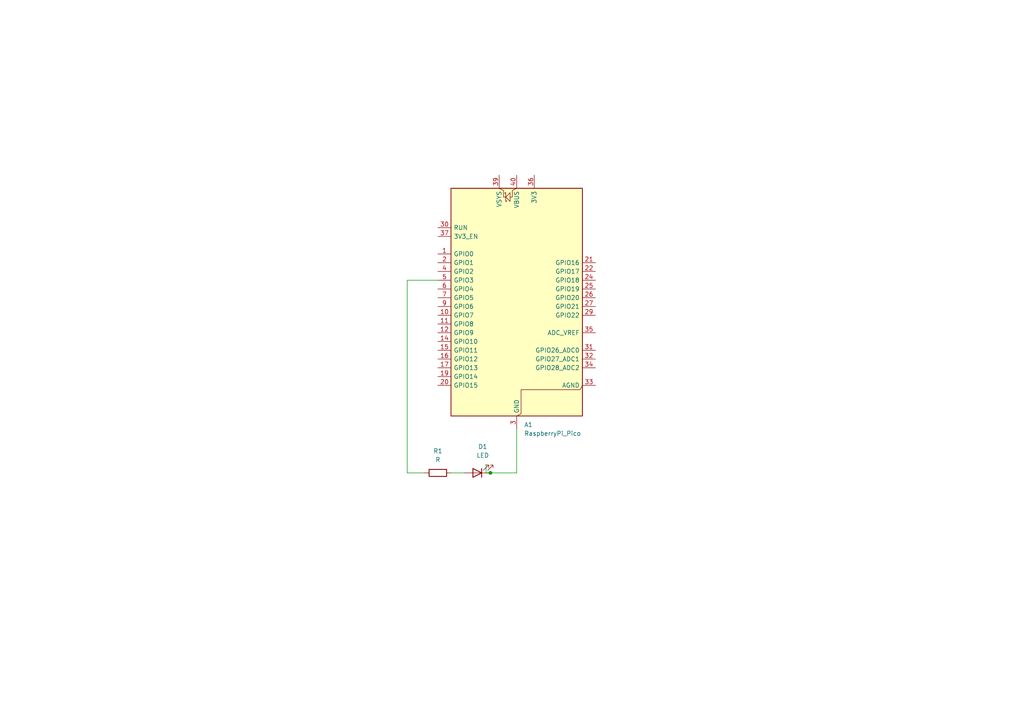
<source format=kicad_sch>
(kicad_sch (version 20250114) (generator "eeschema") (generator_version "9.0")
  (paper "A4")
  (lib_symbols
    (symbol "Device:LED" (pin_numbers (hide yes)) (pin_names (offset 1.016) (hide yes))
      (property "Reference" "D" (at 0 2.54 0))
      (property "Value" "LED" (at 0 -2.54 0))
      (symbol "LED_0_1"
        (polyline (pts (xy -3.048 -0.762) (xy -4.572 -2.286) (xy -3.81 -2.286) (xy -4.572 -2.286) (xy -4.572 -1.524)))
        (polyline (pts (xy -1.778 -0.762) (xy -3.302 -2.286) (xy -2.54 -2.286) (xy -3.302 -2.286) (xy -3.302 -1.524)))
        (polyline (pts (xy -1.27 0) (xy 1.27 0)))
        (polyline (pts (xy -1.27 -1.27) (xy -1.27 1.27)) (stroke (width 0.254)))
        (polyline (pts (xy 1.27 -1.27) (xy 1.27 1.27) (xy -1.27 0) (xy 1.27 -1.27)) (stroke (width 0.254)))
      )
      (symbol "LED_1_1"
        (pin passive line (at -3.81 0 0) (length 2.54) (name "K") (number "1"))
        (pin passive line (at 3.81 0 180) (length 2.54) (name "A") (number "2"))
      )
    )
    (symbol "Device:R" (pin_numbers (hide yes)) (pin_names (offset 0))
      (property "Reference" "R" (at 2.032 0 90))
      (property "Value" "R" (at 0 0 90))
      (symbol "R_0_1"
        (rectangle (start -1.016 -2.54) (end 1.016 2.54) (stroke (width 0.254)))
      )
      (symbol "R_1_1"
        (pin passive line (at 0 3.81 270) (length 1.27) (name "~") (number "1"))
        (pin passive line (at 0 -3.81 90) (length 1.27) (name "~") (number "2"))
      )
    )
    (symbol "MCU_Module:RaspberryPi_Pico" (pin_names (offset 0.762))
      (property "Reference" "A" (at -19.05 35.56 0))
      (property "Value" "RaspberryPi_Pico" (at 7.62 35.56 0))
      (symbol "RaspberryPi_Pico_0_1"
        (rectangle (start -19.05 34.29) (end 19.05 -31.75) (stroke (width 0.254)) (fill (type background)))
        (polyline (pts (xy -5.08 34.29) (xy -3.81 33.655) (xy -3.81 31.75) (xy -3.175 31.75)))
        (polyline (pts (xy -3.429 32.766) (xy -3.429 33.02) (xy -3.175 33.02) (xy -3.175 30.48) (xy -2.921 30.48) (xy -2.921 30.734)))
        (polyline (pts (xy -3.175 31.75) (xy -1.905 33.02) (xy -1.905 30.48) (xy -3.175 31.75)))
        (polyline (pts (xy 0 34.29) (xy -1.27 33.655) (xy -1.27 31.75) (xy -1.905 31.75)))
        (polyline (pts (xy 0 -31.75) (xy 1.27 -31.115) (xy 1.27 -24.13) (xy 18.415 -24.13) (xy 19.05 -22.86)))
      )
      (symbol "RaspberryPi_Pico_1_1"
        (pin passive line (at -22.86 22.86 0) (length 3.81) (name "RUN") (number "30"))
        (pin passive line (at -22.86 20.32 0) (length 3.81) (name "3V3_EN") (number "37"))
        (pin bidirectional line (at -22.86 15.24 0) (length 3.81) (name "GPIO0") (number "1"))
        (pin bidirectional line (at -22.86 12.7 0) (length 3.81) (name "GPIO1") (number "2"))
        (pin bidirectional line (at -22.86 10.16 0) (length 3.81) (name "GPIO2") (number "4"))
        (pin bidirectional line (at -22.86 7.62 0) (length 3.81) (name "GPIO3") (number "5"))
        (pin bidirectional line (at -22.86 5.08 0) (length 3.81) (name "GPIO4") (number "6"))
        (pin bidirectional line (at -22.86 2.54 0) (length 3.81) (name "GPIO5") (number "7"))
        (pin bidirectional line (at -22.86 0 0) (length 3.81) (name "GPIO6") (number "9"))
        (pin bidirectional line (at -22.86 -2.54 0) (length 3.81) (name "GPIO7") (number "10"))
        (pin bidirectional line (at -22.86 -5.08 0) (length 3.81) (name "GPIO8") (number "11"))
        (pin bidirectional line (at -22.86 -7.62 0) (length 3.81) (name "GPIO9") (number "12"))
        (pin bidirectional line (at -22.86 -10.16 0) (length 3.81) (name "GPIO10") (number "14"))
        (pin bidirectional line (at -22.86 -12.7 0) (length 3.81) (name "GPIO11") (number "15"))
        (pin bidirectional line (at -22.86 -15.24 0) (length 3.81) (name "GPIO12") (number "16"))
        (pin bidirectional line (at -22.86 -17.78 0) (length 3.81) (name "GPIO13") (number "17"))
        (pin bidirectional line (at -22.86 -20.32 0) (length 3.81) (name "GPIO14") (number "19"))
        (pin bidirectional line (at -22.86 -22.86 0) (length 3.81) (name "GPIO15") (number "20"))
        (pin power_in line (at -5.08 38.1 270) (length 3.81) (name "VSYS") (number "39"))
        (pin power_out line (at 0 38.1 270) (length 3.81) (name "VBUS") (number "40"))
        (pin passive line (at 0 -35.56 90) (length 3.81) (hide yes) (name "GND") (number "13"))
        (pin passive line (at 0 -35.56 90) (length 3.81) (hide yes) (name "GND") (number "18"))
        (pin passive line (at 0 -35.56 90) (length 3.81) (hide yes) (name "GND") (number "23"))
        (pin passive line (at 0 -35.56 90) (length 3.81) (hide yes) (name "GND") (number "28"))
        (pin power_out line (at 0 -35.56 90) (length 3.81) (name "GND") (number "3"))
        (pin passive line (at 0 -35.56 90) (length 3.81) (hide yes) (name "GND") (number "38"))
        (pin passive line (at 0 -35.56 90) (length 3.81) (hide yes) (name "GND") (number "8"))
        (pin power_out line (at 5.08 38.1 270) (length 3.81) (name "3V3") (number "36"))
        (pin bidirectional line (at 22.86 12.7 180) (length 3.81) (name "GPIO16") (number "21"))
        (pin bidirectional line (at 22.86 10.16 180) (length 3.81) (name "GPIO17") (number "22"))
        (pin bidirectional line (at 22.86 7.62 180) (length 3.81) (name "GPIO18") (number "24"))
        (pin bidirectional line (at 22.86 5.08 180) (length 3.81) (name "GPIO19") (number "25"))
        (pin bidirectional line (at 22.86 2.54 180) (length 3.81) (name "GPIO20") (number "26"))
        (pin bidirectional line (at 22.86 0 180) (length 3.81) (name "GPIO21") (number "27"))
        (pin bidirectional line (at 22.86 -2.54 180) (length 3.81) (name "GPIO22") (number "29"))
        (pin power_in line (at 22.86 -7.62 180) (length 3.81) (name "ADC_VREF") (number "35"))
        (pin bidirectional line (at 22.86 -12.7 180) (length 3.81) (name "GPIO26_ADC0") (number "31"))
        (pin bidirectional line (at 22.86 -15.24 180) (length 3.81) (name "GPIO27_ADC1") (number "32"))
        (pin bidirectional line (at 22.86 -17.78 180) (length 3.81) (name "GPIO28_ADC2") (number "34"))
        (pin power_out line (at 22.86 -22.86 180) (length 3.81) (name "AGND") (number "33"))
      )
    )
  )
  (junction (at 142.24 137.16))
  (wire (pts (xy 149.86 124.46) (xy 149.86 137.16)))
  (wire (pts (xy 118.11 137.16) (xy 123.19 137.16)))
  (wire (pts (xy 130.81 137.16) (xy 134.62 137.16)))
  (wire (pts (xy 127 81.28) (xy 118.11 81.28)))
  (wire (pts (xy 140.97 134.62) (xy 140.97 137.16)))
  (wire (pts (xy 142.24 137.16) (xy 149.86 137.16)))
  (wire (pts (xy 118.11 81.28) (xy 118.11 137.16)))
  (wire (pts (xy 140.97 137.16) (xy 142.24 137.16)))
  (symbol (lib_id "MCU_Module:RaspberryPi_Pico") (at 149.86 88.9 0) (unit 1)
    (property "Reference" "A1" (at 152.0033 123.19 0) (effects (justify left)))
    (property "Value" "RaspberryPi_Pico" (at 152.0033 125.73 0) (effects (justify left)))
    (property "Footprint" "Module:RaspberryPi_Pico_Common_Unspecified" (effects (hide yes)))
    (property "Datasheet" "https://datasheets.raspberrypi.com/pico/pico-datasheet.pdf" (effects (hide yes)))
    (property "Description" "Versatile and inexpensive microcontroller module powered by RP2040 dual-core Arm Cortex-M0+ processor up to 133 MHz, 264kB SRAM, 2MB QSPI flash; also supports Raspberry Pi Pico 2" (effects (hide yes)))
  )
  (symbol (lib_id "Device:LED") (at 138.43 137.16 180) (unit 1)
    (property "Reference" "D1" (at 140.0175 129.54 0))
    (property "Value" "LED" (at 140.0175 132.08 0))
    (property "Description" "Light emitting diode" (effects (hide yes)))
    (property "Sim.Pins" "1=K 2=A" (effects (hide yes)))
  )
  (symbol (lib_id "Device:R") (at 127 137.16 90) (unit 1)
    (property "Reference" "R1" (at 127 130.81 90))
    (property "Value" "R" (at 127 133.35 90))
    (property "Description" "Resistor" (effects (hide yes)))
  )
)
</source>
